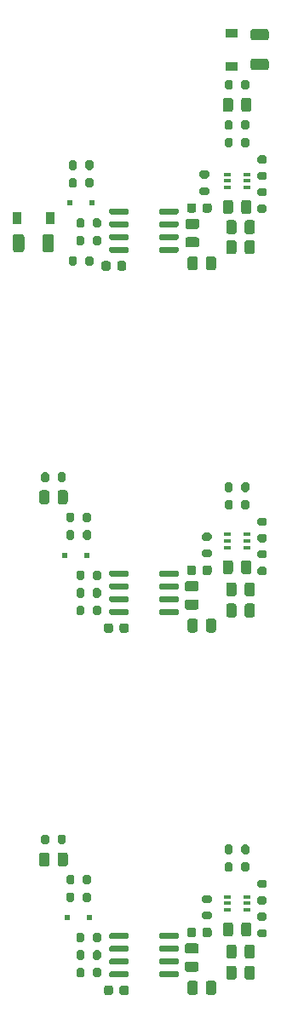
<source format=gbr>
G04 #@! TF.GenerationSoftware,KiCad,Pcbnew,5.1.9-73d0e3b20d~88~ubuntu20.04.1*
G04 #@! TF.CreationDate,2021-04-14T10:28:40-07:00*
G04 #@! TF.ProjectId,3xVCA,33785643-412e-46b6-9963-61645f706362,rev?*
G04 #@! TF.SameCoordinates,Original*
G04 #@! TF.FileFunction,Paste,Top*
G04 #@! TF.FilePolarity,Positive*
%FSLAX46Y46*%
G04 Gerber Fmt 4.6, Leading zero omitted, Abs format (unit mm)*
G04 Created by KiCad (PCBNEW 5.1.9-73d0e3b20d~88~ubuntu20.04.1) date 2021-04-14 10:28:40*
%MOMM*%
%LPD*%
G01*
G04 APERTURE LIST*
%ADD10R,0.500000X0.500000*%
%ADD11R,0.650000X0.400000*%
%ADD12R,0.900000X1.200000*%
%ADD13R,1.200000X0.900000*%
G04 APERTURE END LIST*
D10*
X6400000Y20000000D03*
X8600000Y20000000D03*
X6150000Y56000000D03*
X8350000Y56000000D03*
X6650000Y91000000D03*
X8850000Y91000000D03*
G36*
G01*
X19250002Y88400000D02*
X18349998Y88400000D01*
G75*
G02*
X18100000Y88649998I0J249998D01*
G01*
X18100000Y89175002D01*
G75*
G02*
X18349998Y89425000I249998J0D01*
G01*
X19250002Y89425000D01*
G75*
G02*
X19500000Y89175002I0J-249998D01*
G01*
X19500000Y88649998D01*
G75*
G02*
X19250002Y88400000I-249998J0D01*
G01*
G37*
G36*
G01*
X19250002Y86575000D02*
X18349998Y86575000D01*
G75*
G02*
X18100000Y86824998I0J249998D01*
G01*
X18100000Y87350002D01*
G75*
G02*
X18349998Y87600000I249998J0D01*
G01*
X19250002Y87600000D01*
G75*
G02*
X19500000Y87350002I0J-249998D01*
G01*
X19500000Y86824998D01*
G75*
G02*
X19250002Y86575000I-249998J0D01*
G01*
G37*
G36*
G01*
X23200000Y87050002D02*
X23200000Y86149998D01*
G75*
G02*
X22950002Y85900000I-249998J0D01*
G01*
X22424998Y85900000D01*
G75*
G02*
X22175000Y86149998I0J249998D01*
G01*
X22175000Y87050002D01*
G75*
G02*
X22424998Y87300000I249998J0D01*
G01*
X22950002Y87300000D01*
G75*
G02*
X23200000Y87050002I0J-249998D01*
G01*
G37*
G36*
G01*
X25025000Y87050002D02*
X25025000Y86149998D01*
G75*
G02*
X24775002Y85900000I-249998J0D01*
G01*
X24249998Y85900000D01*
G75*
G02*
X24000000Y86149998I0J249998D01*
G01*
X24000000Y87050002D01*
G75*
G02*
X24249998Y87300000I249998J0D01*
G01*
X24775002Y87300000D01*
G75*
G02*
X25025000Y87050002I0J-249998D01*
G01*
G37*
G36*
G01*
X23200000Y14950002D02*
X23200000Y14049998D01*
G75*
G02*
X22950002Y13800000I-249998J0D01*
G01*
X22424998Y13800000D01*
G75*
G02*
X22175000Y14049998I0J249998D01*
G01*
X22175000Y14950002D01*
G75*
G02*
X22424998Y15200000I249998J0D01*
G01*
X22950002Y15200000D01*
G75*
G02*
X23200000Y14950002I0J-249998D01*
G01*
G37*
G36*
G01*
X25025000Y14950002D02*
X25025000Y14049998D01*
G75*
G02*
X24775002Y13800000I-249998J0D01*
G01*
X24249998Y13800000D01*
G75*
G02*
X24000000Y14049998I0J249998D01*
G01*
X24000000Y14950002D01*
G75*
G02*
X24249998Y15200000I249998J0D01*
G01*
X24775002Y15200000D01*
G75*
G02*
X25025000Y14950002I0J-249998D01*
G01*
G37*
G36*
G01*
X19200002Y16400000D02*
X18299998Y16400000D01*
G75*
G02*
X18050000Y16649998I0J249998D01*
G01*
X18050000Y17175002D01*
G75*
G02*
X18299998Y17425000I249998J0D01*
G01*
X19200002Y17425000D01*
G75*
G02*
X19450000Y17175002I0J-249998D01*
G01*
X19450000Y16649998D01*
G75*
G02*
X19200002Y16400000I-249998J0D01*
G01*
G37*
G36*
G01*
X19200002Y14575000D02*
X18299998Y14575000D01*
G75*
G02*
X18050000Y14824998I0J249998D01*
G01*
X18050000Y15350002D01*
G75*
G02*
X18299998Y15600000I249998J0D01*
G01*
X19200002Y15600000D01*
G75*
G02*
X19450000Y15350002I0J-249998D01*
G01*
X19450000Y14824998D01*
G75*
G02*
X19200002Y14575000I-249998J0D01*
G01*
G37*
G36*
G01*
X23200000Y50950002D02*
X23200000Y50049998D01*
G75*
G02*
X22950002Y49800000I-249998J0D01*
G01*
X22424998Y49800000D01*
G75*
G02*
X22175000Y50049998I0J249998D01*
G01*
X22175000Y50950002D01*
G75*
G02*
X22424998Y51200000I249998J0D01*
G01*
X22950002Y51200000D01*
G75*
G02*
X23200000Y50950002I0J-249998D01*
G01*
G37*
G36*
G01*
X25025000Y50950002D02*
X25025000Y50049998D01*
G75*
G02*
X24775002Y49800000I-249998J0D01*
G01*
X24249998Y49800000D01*
G75*
G02*
X24000000Y50049998I0J249998D01*
G01*
X24000000Y50950002D01*
G75*
G02*
X24249998Y51200000I249998J0D01*
G01*
X24775002Y51200000D01*
G75*
G02*
X25025000Y50950002I0J-249998D01*
G01*
G37*
G36*
G01*
X19200002Y52400000D02*
X18299998Y52400000D01*
G75*
G02*
X18050000Y52649998I0J249998D01*
G01*
X18050000Y53175002D01*
G75*
G02*
X18299998Y53425000I249998J0D01*
G01*
X19200002Y53425000D01*
G75*
G02*
X19450000Y53175002I0J-249998D01*
G01*
X19450000Y52649998D01*
G75*
G02*
X19200002Y52400000I-249998J0D01*
G01*
G37*
G36*
G01*
X19200002Y50575000D02*
X18299998Y50575000D01*
G75*
G02*
X18050000Y50824998I0J249998D01*
G01*
X18050000Y51350002D01*
G75*
G02*
X18299998Y51600000I249998J0D01*
G01*
X19200002Y51600000D01*
G75*
G02*
X19450000Y51350002I0J-249998D01*
G01*
X19450000Y50824998D01*
G75*
G02*
X19200002Y50575000I-249998J0D01*
G01*
G37*
G36*
G01*
X23200000Y17050002D02*
X23200000Y16149998D01*
G75*
G02*
X22950002Y15900000I-249998J0D01*
G01*
X22424998Y15900000D01*
G75*
G02*
X22175000Y16149998I0J249998D01*
G01*
X22175000Y17050002D01*
G75*
G02*
X22424998Y17300000I249998J0D01*
G01*
X22950002Y17300000D01*
G75*
G02*
X23200000Y17050002I0J-249998D01*
G01*
G37*
G36*
G01*
X25025000Y17050002D02*
X25025000Y16149998D01*
G75*
G02*
X24775002Y15900000I-249998J0D01*
G01*
X24249998Y15900000D01*
G75*
G02*
X24000000Y16149998I0J249998D01*
G01*
X24000000Y17050002D01*
G75*
G02*
X24249998Y17300000I249998J0D01*
G01*
X24775002Y17300000D01*
G75*
G02*
X25025000Y17050002I0J-249998D01*
G01*
G37*
G36*
G01*
X23650000Y18349998D02*
X23650000Y19250002D01*
G75*
G02*
X23899998Y19500000I249998J0D01*
G01*
X24425002Y19500000D01*
G75*
G02*
X24675000Y19250002I0J-249998D01*
G01*
X24675000Y18349998D01*
G75*
G02*
X24425002Y18100000I-249998J0D01*
G01*
X23899998Y18100000D01*
G75*
G02*
X23650000Y18349998I0J249998D01*
G01*
G37*
G36*
G01*
X21825000Y18349998D02*
X21825000Y19250002D01*
G75*
G02*
X22074998Y19500000I249998J0D01*
G01*
X22600002Y19500000D01*
G75*
G02*
X22850000Y19250002I0J-249998D01*
G01*
X22850000Y18349998D01*
G75*
G02*
X22600002Y18100000I-249998J0D01*
G01*
X22074998Y18100000D01*
G75*
G02*
X21825000Y18349998I0J249998D01*
G01*
G37*
G36*
G01*
X23200000Y53050002D02*
X23200000Y52149998D01*
G75*
G02*
X22950002Y51900000I-249998J0D01*
G01*
X22424998Y51900000D01*
G75*
G02*
X22175000Y52149998I0J249998D01*
G01*
X22175000Y53050002D01*
G75*
G02*
X22424998Y53300000I249998J0D01*
G01*
X22950002Y53300000D01*
G75*
G02*
X23200000Y53050002I0J-249998D01*
G01*
G37*
G36*
G01*
X25025000Y53050002D02*
X25025000Y52149998D01*
G75*
G02*
X24775002Y51900000I-249998J0D01*
G01*
X24249998Y51900000D01*
G75*
G02*
X24000000Y52149998I0J249998D01*
G01*
X24000000Y53050002D01*
G75*
G02*
X24249998Y53300000I249998J0D01*
G01*
X24775002Y53300000D01*
G75*
G02*
X25025000Y53050002I0J-249998D01*
G01*
G37*
G36*
G01*
X23650000Y54349998D02*
X23650000Y55250002D01*
G75*
G02*
X23899998Y55500000I249998J0D01*
G01*
X24425002Y55500000D01*
G75*
G02*
X24675000Y55250002I0J-249998D01*
G01*
X24675000Y54349998D01*
G75*
G02*
X24425002Y54100000I-249998J0D01*
G01*
X23899998Y54100000D01*
G75*
G02*
X23650000Y54349998I0J249998D01*
G01*
G37*
G36*
G01*
X21825000Y54349998D02*
X21825000Y55250002D01*
G75*
G02*
X22074998Y55500000I249998J0D01*
G01*
X22600002Y55500000D01*
G75*
G02*
X22850000Y55250002I0J-249998D01*
G01*
X22850000Y54349998D01*
G75*
G02*
X22600002Y54100000I-249998J0D01*
G01*
X22074998Y54100000D01*
G75*
G02*
X21825000Y54349998I0J249998D01*
G01*
G37*
G36*
G01*
X23200000Y89050002D02*
X23200000Y88149998D01*
G75*
G02*
X22950002Y87900000I-249998J0D01*
G01*
X22424998Y87900000D01*
G75*
G02*
X22175000Y88149998I0J249998D01*
G01*
X22175000Y89050002D01*
G75*
G02*
X22424998Y89300000I249998J0D01*
G01*
X22950002Y89300000D01*
G75*
G02*
X23200000Y89050002I0J-249998D01*
G01*
G37*
G36*
G01*
X25025000Y89050002D02*
X25025000Y88149998D01*
G75*
G02*
X24775002Y87900000I-249998J0D01*
G01*
X24249998Y87900000D01*
G75*
G02*
X24000000Y88149998I0J249998D01*
G01*
X24000000Y89050002D01*
G75*
G02*
X24249998Y89300000I249998J0D01*
G01*
X24775002Y89300000D01*
G75*
G02*
X25025000Y89050002I0J-249998D01*
G01*
G37*
G36*
G01*
X23650000Y90149998D02*
X23650000Y91050002D01*
G75*
G02*
X23899998Y91300000I249998J0D01*
G01*
X24425002Y91300000D01*
G75*
G02*
X24675000Y91050002I0J-249998D01*
G01*
X24675000Y90149998D01*
G75*
G02*
X24425002Y89900000I-249998J0D01*
G01*
X23899998Y89900000D01*
G75*
G02*
X23650000Y90149998I0J249998D01*
G01*
G37*
G36*
G01*
X21825000Y90149998D02*
X21825000Y91050002D01*
G75*
G02*
X22074998Y91300000I249998J0D01*
G01*
X22600002Y91300000D01*
G75*
G02*
X22850000Y91050002I0J-249998D01*
G01*
X22850000Y90149998D01*
G75*
G02*
X22600002Y89900000I-249998J0D01*
G01*
X22074998Y89900000D01*
G75*
G02*
X21825000Y90149998I0J249998D01*
G01*
G37*
G36*
G01*
X23675000Y24725000D02*
X23675000Y25275000D01*
G75*
G02*
X23875000Y25475000I200000J0D01*
G01*
X24275000Y25475000D01*
G75*
G02*
X24475000Y25275000I0J-200000D01*
G01*
X24475000Y24725000D01*
G75*
G02*
X24275000Y24525000I-200000J0D01*
G01*
X23875000Y24525000D01*
G75*
G02*
X23675000Y24725000I0J200000D01*
G01*
G37*
G36*
G01*
X22025000Y24725000D02*
X22025000Y25275000D01*
G75*
G02*
X22225000Y25475000I200000J0D01*
G01*
X22625000Y25475000D01*
G75*
G02*
X22825000Y25275000I0J-200000D01*
G01*
X22825000Y24725000D01*
G75*
G02*
X22625000Y24525000I-200000J0D01*
G01*
X22225000Y24525000D01*
G75*
G02*
X22025000Y24725000I0J200000D01*
G01*
G37*
D11*
X24200000Y22050000D03*
X24200000Y20750000D03*
X22300000Y21400000D03*
X24200000Y21400000D03*
X22300000Y20750000D03*
X22300000Y22050000D03*
X24200000Y58050000D03*
X24200000Y56750000D03*
X22300000Y57400000D03*
X24200000Y57400000D03*
X22300000Y56750000D03*
X22300000Y58050000D03*
X24200000Y93850000D03*
X24200000Y92550000D03*
X22300000Y93200000D03*
X24200000Y93200000D03*
X22300000Y92550000D03*
X22300000Y93850000D03*
G36*
G01*
X7925000Y21725000D02*
X7925000Y22275000D01*
G75*
G02*
X8125000Y22475000I200000J0D01*
G01*
X8525000Y22475000D01*
G75*
G02*
X8725000Y22275000I0J-200000D01*
G01*
X8725000Y21725000D01*
G75*
G02*
X8525000Y21525000I-200000J0D01*
G01*
X8125000Y21525000D01*
G75*
G02*
X7925000Y21725000I0J200000D01*
G01*
G37*
G36*
G01*
X6275000Y21725000D02*
X6275000Y22275000D01*
G75*
G02*
X6475000Y22475000I200000J0D01*
G01*
X6875000Y22475000D01*
G75*
G02*
X7075000Y22275000I0J-200000D01*
G01*
X7075000Y21725000D01*
G75*
G02*
X6875000Y21525000I-200000J0D01*
G01*
X6475000Y21525000D01*
G75*
G02*
X6275000Y21725000I0J200000D01*
G01*
G37*
G36*
G01*
X15500000Y54005000D02*
X15500000Y54305000D01*
G75*
G02*
X15650000Y54455000I150000J0D01*
G01*
X17300000Y54455000D01*
G75*
G02*
X17450000Y54305000I0J-150000D01*
G01*
X17450000Y54005000D01*
G75*
G02*
X17300000Y53855000I-150000J0D01*
G01*
X15650000Y53855000D01*
G75*
G02*
X15500000Y54005000I0J150000D01*
G01*
G37*
G36*
G01*
X15500000Y52735000D02*
X15500000Y53035000D01*
G75*
G02*
X15650000Y53185000I150000J0D01*
G01*
X17300000Y53185000D01*
G75*
G02*
X17450000Y53035000I0J-150000D01*
G01*
X17450000Y52735000D01*
G75*
G02*
X17300000Y52585000I-150000J0D01*
G01*
X15650000Y52585000D01*
G75*
G02*
X15500000Y52735000I0J150000D01*
G01*
G37*
G36*
G01*
X15500000Y51465000D02*
X15500000Y51765000D01*
G75*
G02*
X15650000Y51915000I150000J0D01*
G01*
X17300000Y51915000D01*
G75*
G02*
X17450000Y51765000I0J-150000D01*
G01*
X17450000Y51465000D01*
G75*
G02*
X17300000Y51315000I-150000J0D01*
G01*
X15650000Y51315000D01*
G75*
G02*
X15500000Y51465000I0J150000D01*
G01*
G37*
G36*
G01*
X15500000Y50195000D02*
X15500000Y50495000D01*
G75*
G02*
X15650000Y50645000I150000J0D01*
G01*
X17300000Y50645000D01*
G75*
G02*
X17450000Y50495000I0J-150000D01*
G01*
X17450000Y50195000D01*
G75*
G02*
X17300000Y50045000I-150000J0D01*
G01*
X15650000Y50045000D01*
G75*
G02*
X15500000Y50195000I0J150000D01*
G01*
G37*
G36*
G01*
X10550000Y50195000D02*
X10550000Y50495000D01*
G75*
G02*
X10700000Y50645000I150000J0D01*
G01*
X12350000Y50645000D01*
G75*
G02*
X12500000Y50495000I0J-150000D01*
G01*
X12500000Y50195000D01*
G75*
G02*
X12350000Y50045000I-150000J0D01*
G01*
X10700000Y50045000D01*
G75*
G02*
X10550000Y50195000I0J150000D01*
G01*
G37*
G36*
G01*
X10550000Y51465000D02*
X10550000Y51765000D01*
G75*
G02*
X10700000Y51915000I150000J0D01*
G01*
X12350000Y51915000D01*
G75*
G02*
X12500000Y51765000I0J-150000D01*
G01*
X12500000Y51465000D01*
G75*
G02*
X12350000Y51315000I-150000J0D01*
G01*
X10700000Y51315000D01*
G75*
G02*
X10550000Y51465000I0J150000D01*
G01*
G37*
G36*
G01*
X10550000Y52735000D02*
X10550000Y53035000D01*
G75*
G02*
X10700000Y53185000I150000J0D01*
G01*
X12350000Y53185000D01*
G75*
G02*
X12500000Y53035000I0J-150000D01*
G01*
X12500000Y52735000D01*
G75*
G02*
X12350000Y52585000I-150000J0D01*
G01*
X10700000Y52585000D01*
G75*
G02*
X10550000Y52735000I0J150000D01*
G01*
G37*
G36*
G01*
X10550000Y54005000D02*
X10550000Y54305000D01*
G75*
G02*
X10700000Y54455000I150000J0D01*
G01*
X12350000Y54455000D01*
G75*
G02*
X12500000Y54305000I0J-150000D01*
G01*
X12500000Y54005000D01*
G75*
G02*
X12350000Y53855000I-150000J0D01*
G01*
X10700000Y53855000D01*
G75*
G02*
X10550000Y54005000I0J150000D01*
G01*
G37*
G36*
G01*
X15500000Y18005000D02*
X15500000Y18305000D01*
G75*
G02*
X15650000Y18455000I150000J0D01*
G01*
X17300000Y18455000D01*
G75*
G02*
X17450000Y18305000I0J-150000D01*
G01*
X17450000Y18005000D01*
G75*
G02*
X17300000Y17855000I-150000J0D01*
G01*
X15650000Y17855000D01*
G75*
G02*
X15500000Y18005000I0J150000D01*
G01*
G37*
G36*
G01*
X15500000Y16735000D02*
X15500000Y17035000D01*
G75*
G02*
X15650000Y17185000I150000J0D01*
G01*
X17300000Y17185000D01*
G75*
G02*
X17450000Y17035000I0J-150000D01*
G01*
X17450000Y16735000D01*
G75*
G02*
X17300000Y16585000I-150000J0D01*
G01*
X15650000Y16585000D01*
G75*
G02*
X15500000Y16735000I0J150000D01*
G01*
G37*
G36*
G01*
X15500000Y15465000D02*
X15500000Y15765000D01*
G75*
G02*
X15650000Y15915000I150000J0D01*
G01*
X17300000Y15915000D01*
G75*
G02*
X17450000Y15765000I0J-150000D01*
G01*
X17450000Y15465000D01*
G75*
G02*
X17300000Y15315000I-150000J0D01*
G01*
X15650000Y15315000D01*
G75*
G02*
X15500000Y15465000I0J150000D01*
G01*
G37*
G36*
G01*
X15500000Y14195000D02*
X15500000Y14495000D01*
G75*
G02*
X15650000Y14645000I150000J0D01*
G01*
X17300000Y14645000D01*
G75*
G02*
X17450000Y14495000I0J-150000D01*
G01*
X17450000Y14195000D01*
G75*
G02*
X17300000Y14045000I-150000J0D01*
G01*
X15650000Y14045000D01*
G75*
G02*
X15500000Y14195000I0J150000D01*
G01*
G37*
G36*
G01*
X10550000Y14195000D02*
X10550000Y14495000D01*
G75*
G02*
X10700000Y14645000I150000J0D01*
G01*
X12350000Y14645000D01*
G75*
G02*
X12500000Y14495000I0J-150000D01*
G01*
X12500000Y14195000D01*
G75*
G02*
X12350000Y14045000I-150000J0D01*
G01*
X10700000Y14045000D01*
G75*
G02*
X10550000Y14195000I0J150000D01*
G01*
G37*
G36*
G01*
X10550000Y15465000D02*
X10550000Y15765000D01*
G75*
G02*
X10700000Y15915000I150000J0D01*
G01*
X12350000Y15915000D01*
G75*
G02*
X12500000Y15765000I0J-150000D01*
G01*
X12500000Y15465000D01*
G75*
G02*
X12350000Y15315000I-150000J0D01*
G01*
X10700000Y15315000D01*
G75*
G02*
X10550000Y15465000I0J150000D01*
G01*
G37*
G36*
G01*
X10550000Y16735000D02*
X10550000Y17035000D01*
G75*
G02*
X10700000Y17185000I150000J0D01*
G01*
X12350000Y17185000D01*
G75*
G02*
X12500000Y17035000I0J-150000D01*
G01*
X12500000Y16735000D01*
G75*
G02*
X12350000Y16585000I-150000J0D01*
G01*
X10700000Y16585000D01*
G75*
G02*
X10550000Y16735000I0J150000D01*
G01*
G37*
G36*
G01*
X10550000Y18005000D02*
X10550000Y18305000D01*
G75*
G02*
X10700000Y18455000I150000J0D01*
G01*
X12350000Y18455000D01*
G75*
G02*
X12500000Y18305000I0J-150000D01*
G01*
X12500000Y18005000D01*
G75*
G02*
X12350000Y17855000I-150000J0D01*
G01*
X10700000Y17855000D01*
G75*
G02*
X10550000Y18005000I0J150000D01*
G01*
G37*
G36*
G01*
X15500000Y90005000D02*
X15500000Y90305000D01*
G75*
G02*
X15650000Y90455000I150000J0D01*
G01*
X17300000Y90455000D01*
G75*
G02*
X17450000Y90305000I0J-150000D01*
G01*
X17450000Y90005000D01*
G75*
G02*
X17300000Y89855000I-150000J0D01*
G01*
X15650000Y89855000D01*
G75*
G02*
X15500000Y90005000I0J150000D01*
G01*
G37*
G36*
G01*
X15500000Y88735000D02*
X15500000Y89035000D01*
G75*
G02*
X15650000Y89185000I150000J0D01*
G01*
X17300000Y89185000D01*
G75*
G02*
X17450000Y89035000I0J-150000D01*
G01*
X17450000Y88735000D01*
G75*
G02*
X17300000Y88585000I-150000J0D01*
G01*
X15650000Y88585000D01*
G75*
G02*
X15500000Y88735000I0J150000D01*
G01*
G37*
G36*
G01*
X15500000Y87465000D02*
X15500000Y87765000D01*
G75*
G02*
X15650000Y87915000I150000J0D01*
G01*
X17300000Y87915000D01*
G75*
G02*
X17450000Y87765000I0J-150000D01*
G01*
X17450000Y87465000D01*
G75*
G02*
X17300000Y87315000I-150000J0D01*
G01*
X15650000Y87315000D01*
G75*
G02*
X15500000Y87465000I0J150000D01*
G01*
G37*
G36*
G01*
X15500000Y86195000D02*
X15500000Y86495000D01*
G75*
G02*
X15650000Y86645000I150000J0D01*
G01*
X17300000Y86645000D01*
G75*
G02*
X17450000Y86495000I0J-150000D01*
G01*
X17450000Y86195000D01*
G75*
G02*
X17300000Y86045000I-150000J0D01*
G01*
X15650000Y86045000D01*
G75*
G02*
X15500000Y86195000I0J150000D01*
G01*
G37*
G36*
G01*
X10550000Y86195000D02*
X10550000Y86495000D01*
G75*
G02*
X10700000Y86645000I150000J0D01*
G01*
X12350000Y86645000D01*
G75*
G02*
X12500000Y86495000I0J-150000D01*
G01*
X12500000Y86195000D01*
G75*
G02*
X12350000Y86045000I-150000J0D01*
G01*
X10700000Y86045000D01*
G75*
G02*
X10550000Y86195000I0J150000D01*
G01*
G37*
G36*
G01*
X10550000Y87465000D02*
X10550000Y87765000D01*
G75*
G02*
X10700000Y87915000I150000J0D01*
G01*
X12350000Y87915000D01*
G75*
G02*
X12500000Y87765000I0J-150000D01*
G01*
X12500000Y87465000D01*
G75*
G02*
X12350000Y87315000I-150000J0D01*
G01*
X10700000Y87315000D01*
G75*
G02*
X10550000Y87465000I0J150000D01*
G01*
G37*
G36*
G01*
X10550000Y88735000D02*
X10550000Y89035000D01*
G75*
G02*
X10700000Y89185000I150000J0D01*
G01*
X12350000Y89185000D01*
G75*
G02*
X12500000Y89035000I0J-150000D01*
G01*
X12500000Y88735000D01*
G75*
G02*
X12350000Y88585000I-150000J0D01*
G01*
X10700000Y88585000D01*
G75*
G02*
X10550000Y88735000I0J150000D01*
G01*
G37*
G36*
G01*
X10550000Y90005000D02*
X10550000Y90305000D01*
G75*
G02*
X10700000Y90455000I150000J0D01*
G01*
X12350000Y90455000D01*
G75*
G02*
X12500000Y90305000I0J-150000D01*
G01*
X12500000Y90005000D01*
G75*
G02*
X12350000Y89855000I-150000J0D01*
G01*
X10700000Y89855000D01*
G75*
G02*
X10550000Y90005000I0J150000D01*
G01*
G37*
G36*
G01*
X20525000Y21425000D02*
X19975000Y21425000D01*
G75*
G02*
X19775000Y21625000I0J200000D01*
G01*
X19775000Y22025000D01*
G75*
G02*
X19975000Y22225000I200000J0D01*
G01*
X20525000Y22225000D01*
G75*
G02*
X20725000Y22025000I0J-200000D01*
G01*
X20725000Y21625000D01*
G75*
G02*
X20525000Y21425000I-200000J0D01*
G01*
G37*
G36*
G01*
X20525000Y19775000D02*
X19975000Y19775000D01*
G75*
G02*
X19775000Y19975000I0J200000D01*
G01*
X19775000Y20375000D01*
G75*
G02*
X19975000Y20575000I200000J0D01*
G01*
X20525000Y20575000D01*
G75*
G02*
X20725000Y20375000I0J-200000D01*
G01*
X20725000Y19975000D01*
G75*
G02*
X20525000Y19775000I-200000J0D01*
G01*
G37*
G36*
G01*
X25475000Y22075000D02*
X26025000Y22075000D01*
G75*
G02*
X26225000Y21875000I0J-200000D01*
G01*
X26225000Y21475000D01*
G75*
G02*
X26025000Y21275000I-200000J0D01*
G01*
X25475000Y21275000D01*
G75*
G02*
X25275000Y21475000I0J200000D01*
G01*
X25275000Y21875000D01*
G75*
G02*
X25475000Y22075000I200000J0D01*
G01*
G37*
G36*
G01*
X25475000Y23725000D02*
X26025000Y23725000D01*
G75*
G02*
X26225000Y23525000I0J-200000D01*
G01*
X26225000Y23125000D01*
G75*
G02*
X26025000Y22925000I-200000J0D01*
G01*
X25475000Y22925000D01*
G75*
G02*
X25275000Y23125000I0J200000D01*
G01*
X25275000Y23525000D01*
G75*
G02*
X25475000Y23725000I200000J0D01*
G01*
G37*
G36*
G01*
X5425000Y27475000D02*
X5425000Y28025000D01*
G75*
G02*
X5625000Y28225000I200000J0D01*
G01*
X6025000Y28225000D01*
G75*
G02*
X6225000Y28025000I0J-200000D01*
G01*
X6225000Y27475000D01*
G75*
G02*
X6025000Y27275000I-200000J0D01*
G01*
X5625000Y27275000D01*
G75*
G02*
X5425000Y27475000I0J200000D01*
G01*
G37*
G36*
G01*
X3775000Y27475000D02*
X3775000Y28025000D01*
G75*
G02*
X3975000Y28225000I200000J0D01*
G01*
X4375000Y28225000D01*
G75*
G02*
X4575000Y28025000I0J-200000D01*
G01*
X4575000Y27475000D01*
G75*
G02*
X4375000Y27275000I-200000J0D01*
G01*
X3975000Y27275000D01*
G75*
G02*
X3775000Y27475000I0J200000D01*
G01*
G37*
G36*
G01*
X5400000Y25299998D02*
X5400000Y26200002D01*
G75*
G02*
X5649998Y26450000I249998J0D01*
G01*
X6175002Y26450000D01*
G75*
G02*
X6425000Y26200002I0J-249998D01*
G01*
X6425000Y25299998D01*
G75*
G02*
X6175002Y25050000I-249998J0D01*
G01*
X5649998Y25050000D01*
G75*
G02*
X5400000Y25299998I0J249998D01*
G01*
G37*
G36*
G01*
X3575000Y25299998D02*
X3575000Y26200002D01*
G75*
G02*
X3824998Y26450000I249998J0D01*
G01*
X4350002Y26450000D01*
G75*
G02*
X4600000Y26200002I0J-249998D01*
G01*
X4600000Y25299998D01*
G75*
G02*
X4350002Y25050000I-249998J0D01*
G01*
X3824998Y25050000D01*
G75*
G02*
X3575000Y25299998I0J249998D01*
G01*
G37*
G36*
G01*
X25475000Y18825000D02*
X26025000Y18825000D01*
G75*
G02*
X26225000Y18625000I0J-200000D01*
G01*
X26225000Y18225000D01*
G75*
G02*
X26025000Y18025000I-200000J0D01*
G01*
X25475000Y18025000D01*
G75*
G02*
X25275000Y18225000I0J200000D01*
G01*
X25275000Y18625000D01*
G75*
G02*
X25475000Y18825000I200000J0D01*
G01*
G37*
G36*
G01*
X25475000Y20475000D02*
X26025000Y20475000D01*
G75*
G02*
X26225000Y20275000I0J-200000D01*
G01*
X26225000Y19875000D01*
G75*
G02*
X26025000Y19675000I-200000J0D01*
G01*
X25475000Y19675000D01*
G75*
G02*
X25275000Y19875000I0J200000D01*
G01*
X25275000Y20275000D01*
G75*
G02*
X25475000Y20475000I200000J0D01*
G01*
G37*
G36*
G01*
X8075000Y14775000D02*
X8075000Y14225000D01*
G75*
G02*
X7875000Y14025000I-200000J0D01*
G01*
X7475000Y14025000D01*
G75*
G02*
X7275000Y14225000I0J200000D01*
G01*
X7275000Y14775000D01*
G75*
G02*
X7475000Y14975000I200000J0D01*
G01*
X7875000Y14975000D01*
G75*
G02*
X8075000Y14775000I0J-200000D01*
G01*
G37*
G36*
G01*
X9725000Y14775000D02*
X9725000Y14225000D01*
G75*
G02*
X9525000Y14025000I-200000J0D01*
G01*
X9125000Y14025000D01*
G75*
G02*
X8925000Y14225000I0J200000D01*
G01*
X8925000Y14775000D01*
G75*
G02*
X9125000Y14975000I200000J0D01*
G01*
X9525000Y14975000D01*
G75*
G02*
X9725000Y14775000I0J-200000D01*
G01*
G37*
G36*
G01*
X8075000Y18275000D02*
X8075000Y17725000D01*
G75*
G02*
X7875000Y17525000I-200000J0D01*
G01*
X7475000Y17525000D01*
G75*
G02*
X7275000Y17725000I0J200000D01*
G01*
X7275000Y18275000D01*
G75*
G02*
X7475000Y18475000I200000J0D01*
G01*
X7875000Y18475000D01*
G75*
G02*
X8075000Y18275000I0J-200000D01*
G01*
G37*
G36*
G01*
X9725000Y18275000D02*
X9725000Y17725000D01*
G75*
G02*
X9525000Y17525000I-200000J0D01*
G01*
X9125000Y17525000D01*
G75*
G02*
X8925000Y17725000I0J200000D01*
G01*
X8925000Y18275000D01*
G75*
G02*
X9125000Y18475000I200000J0D01*
G01*
X9525000Y18475000D01*
G75*
G02*
X9725000Y18275000I0J-200000D01*
G01*
G37*
G36*
G01*
X7925000Y23475000D02*
X7925000Y24025000D01*
G75*
G02*
X8125000Y24225000I200000J0D01*
G01*
X8525000Y24225000D01*
G75*
G02*
X8725000Y24025000I0J-200000D01*
G01*
X8725000Y23475000D01*
G75*
G02*
X8525000Y23275000I-200000J0D01*
G01*
X8125000Y23275000D01*
G75*
G02*
X7925000Y23475000I0J200000D01*
G01*
G37*
G36*
G01*
X6275000Y23475000D02*
X6275000Y24025000D01*
G75*
G02*
X6475000Y24225000I200000J0D01*
G01*
X6875000Y24225000D01*
G75*
G02*
X7075000Y24025000I0J-200000D01*
G01*
X7075000Y23475000D01*
G75*
G02*
X6875000Y23275000I-200000J0D01*
G01*
X6475000Y23275000D01*
G75*
G02*
X6275000Y23475000I0J200000D01*
G01*
G37*
G36*
G01*
X20150000Y12549998D02*
X20150000Y13450002D01*
G75*
G02*
X20399998Y13700000I249998J0D01*
G01*
X20925002Y13700000D01*
G75*
G02*
X21175000Y13450002I0J-249998D01*
G01*
X21175000Y12549998D01*
G75*
G02*
X20925002Y12300000I-249998J0D01*
G01*
X20399998Y12300000D01*
G75*
G02*
X20150000Y12549998I0J249998D01*
G01*
G37*
G36*
G01*
X18325000Y12549998D02*
X18325000Y13450002D01*
G75*
G02*
X18574998Y13700000I249998J0D01*
G01*
X19100002Y13700000D01*
G75*
G02*
X19350000Y13450002I0J-249998D01*
G01*
X19350000Y12549998D01*
G75*
G02*
X19100002Y12300000I-249998J0D01*
G01*
X18574998Y12300000D01*
G75*
G02*
X18325000Y12549998I0J249998D01*
G01*
G37*
G36*
G01*
X8075000Y16525000D02*
X8075000Y15975000D01*
G75*
G02*
X7875000Y15775000I-200000J0D01*
G01*
X7475000Y15775000D01*
G75*
G02*
X7275000Y15975000I0J200000D01*
G01*
X7275000Y16525000D01*
G75*
G02*
X7475000Y16725000I200000J0D01*
G01*
X7875000Y16725000D01*
G75*
G02*
X8075000Y16525000I0J-200000D01*
G01*
G37*
G36*
G01*
X9725000Y16525000D02*
X9725000Y15975000D01*
G75*
G02*
X9525000Y15775000I-200000J0D01*
G01*
X9125000Y15775000D01*
G75*
G02*
X8925000Y15975000I0J200000D01*
G01*
X8925000Y16525000D01*
G75*
G02*
X9125000Y16725000I200000J0D01*
G01*
X9525000Y16725000D01*
G75*
G02*
X9725000Y16525000I0J-200000D01*
G01*
G37*
G36*
G01*
X22825000Y27025000D02*
X22825000Y26475000D01*
G75*
G02*
X22625000Y26275000I-200000J0D01*
G01*
X22225000Y26275000D01*
G75*
G02*
X22025000Y26475000I0J200000D01*
G01*
X22025000Y27025000D01*
G75*
G02*
X22225000Y27225000I200000J0D01*
G01*
X22625000Y27225000D01*
G75*
G02*
X22825000Y27025000I0J-200000D01*
G01*
G37*
G36*
G01*
X24475000Y27025000D02*
X24475000Y26475000D01*
G75*
G02*
X24275000Y26275000I-200000J0D01*
G01*
X23875000Y26275000D01*
G75*
G02*
X23675000Y26475000I0J200000D01*
G01*
X23675000Y27025000D01*
G75*
G02*
X23875000Y27225000I200000J0D01*
G01*
X24275000Y27225000D01*
G75*
G02*
X24475000Y27025000I0J-200000D01*
G01*
G37*
G36*
G01*
X7925000Y57725000D02*
X7925000Y58275000D01*
G75*
G02*
X8125000Y58475000I200000J0D01*
G01*
X8525000Y58475000D01*
G75*
G02*
X8725000Y58275000I0J-200000D01*
G01*
X8725000Y57725000D01*
G75*
G02*
X8525000Y57525000I-200000J0D01*
G01*
X8125000Y57525000D01*
G75*
G02*
X7925000Y57725000I0J200000D01*
G01*
G37*
G36*
G01*
X6275000Y57725000D02*
X6275000Y58275000D01*
G75*
G02*
X6475000Y58475000I200000J0D01*
G01*
X6875000Y58475000D01*
G75*
G02*
X7075000Y58275000I0J-200000D01*
G01*
X7075000Y57725000D01*
G75*
G02*
X6875000Y57525000I-200000J0D01*
G01*
X6475000Y57525000D01*
G75*
G02*
X6275000Y57725000I0J200000D01*
G01*
G37*
G36*
G01*
X20525000Y57425000D02*
X19975000Y57425000D01*
G75*
G02*
X19775000Y57625000I0J200000D01*
G01*
X19775000Y58025000D01*
G75*
G02*
X19975000Y58225000I200000J0D01*
G01*
X20525000Y58225000D01*
G75*
G02*
X20725000Y58025000I0J-200000D01*
G01*
X20725000Y57625000D01*
G75*
G02*
X20525000Y57425000I-200000J0D01*
G01*
G37*
G36*
G01*
X20525000Y55775000D02*
X19975000Y55775000D01*
G75*
G02*
X19775000Y55975000I0J200000D01*
G01*
X19775000Y56375000D01*
G75*
G02*
X19975000Y56575000I200000J0D01*
G01*
X20525000Y56575000D01*
G75*
G02*
X20725000Y56375000I0J-200000D01*
G01*
X20725000Y55975000D01*
G75*
G02*
X20525000Y55775000I-200000J0D01*
G01*
G37*
G36*
G01*
X25475000Y58075000D02*
X26025000Y58075000D01*
G75*
G02*
X26225000Y57875000I0J-200000D01*
G01*
X26225000Y57475000D01*
G75*
G02*
X26025000Y57275000I-200000J0D01*
G01*
X25475000Y57275000D01*
G75*
G02*
X25275000Y57475000I0J200000D01*
G01*
X25275000Y57875000D01*
G75*
G02*
X25475000Y58075000I200000J0D01*
G01*
G37*
G36*
G01*
X25475000Y59725000D02*
X26025000Y59725000D01*
G75*
G02*
X26225000Y59525000I0J-200000D01*
G01*
X26225000Y59125000D01*
G75*
G02*
X26025000Y58925000I-200000J0D01*
G01*
X25475000Y58925000D01*
G75*
G02*
X25275000Y59125000I0J200000D01*
G01*
X25275000Y59525000D01*
G75*
G02*
X25475000Y59725000I200000J0D01*
G01*
G37*
G36*
G01*
X5425000Y63475000D02*
X5425000Y64025000D01*
G75*
G02*
X5625000Y64225000I200000J0D01*
G01*
X6025000Y64225000D01*
G75*
G02*
X6225000Y64025000I0J-200000D01*
G01*
X6225000Y63475000D01*
G75*
G02*
X6025000Y63275000I-200000J0D01*
G01*
X5625000Y63275000D01*
G75*
G02*
X5425000Y63475000I0J200000D01*
G01*
G37*
G36*
G01*
X3775000Y63475000D02*
X3775000Y64025000D01*
G75*
G02*
X3975000Y64225000I200000J0D01*
G01*
X4375000Y64225000D01*
G75*
G02*
X4575000Y64025000I0J-200000D01*
G01*
X4575000Y63475000D01*
G75*
G02*
X4375000Y63275000I-200000J0D01*
G01*
X3975000Y63275000D01*
G75*
G02*
X3775000Y63475000I0J200000D01*
G01*
G37*
G36*
G01*
X5400000Y61299998D02*
X5400000Y62200002D01*
G75*
G02*
X5649998Y62450000I249998J0D01*
G01*
X6175002Y62450000D01*
G75*
G02*
X6425000Y62200002I0J-249998D01*
G01*
X6425000Y61299998D01*
G75*
G02*
X6175002Y61050000I-249998J0D01*
G01*
X5649998Y61050000D01*
G75*
G02*
X5400000Y61299998I0J249998D01*
G01*
G37*
G36*
G01*
X3575000Y61299998D02*
X3575000Y62200002D01*
G75*
G02*
X3824998Y62450000I249998J0D01*
G01*
X4350002Y62450000D01*
G75*
G02*
X4600000Y62200002I0J-249998D01*
G01*
X4600000Y61299998D01*
G75*
G02*
X4350002Y61050000I-249998J0D01*
G01*
X3824998Y61050000D01*
G75*
G02*
X3575000Y61299998I0J249998D01*
G01*
G37*
G36*
G01*
X25475000Y54825000D02*
X26025000Y54825000D01*
G75*
G02*
X26225000Y54625000I0J-200000D01*
G01*
X26225000Y54225000D01*
G75*
G02*
X26025000Y54025000I-200000J0D01*
G01*
X25475000Y54025000D01*
G75*
G02*
X25275000Y54225000I0J200000D01*
G01*
X25275000Y54625000D01*
G75*
G02*
X25475000Y54825000I200000J0D01*
G01*
G37*
G36*
G01*
X25475000Y56475000D02*
X26025000Y56475000D01*
G75*
G02*
X26225000Y56275000I0J-200000D01*
G01*
X26225000Y55875000D01*
G75*
G02*
X26025000Y55675000I-200000J0D01*
G01*
X25475000Y55675000D01*
G75*
G02*
X25275000Y55875000I0J200000D01*
G01*
X25275000Y56275000D01*
G75*
G02*
X25475000Y56475000I200000J0D01*
G01*
G37*
G36*
G01*
X8075000Y50775000D02*
X8075000Y50225000D01*
G75*
G02*
X7875000Y50025000I-200000J0D01*
G01*
X7475000Y50025000D01*
G75*
G02*
X7275000Y50225000I0J200000D01*
G01*
X7275000Y50775000D01*
G75*
G02*
X7475000Y50975000I200000J0D01*
G01*
X7875000Y50975000D01*
G75*
G02*
X8075000Y50775000I0J-200000D01*
G01*
G37*
G36*
G01*
X9725000Y50775000D02*
X9725000Y50225000D01*
G75*
G02*
X9525000Y50025000I-200000J0D01*
G01*
X9125000Y50025000D01*
G75*
G02*
X8925000Y50225000I0J200000D01*
G01*
X8925000Y50775000D01*
G75*
G02*
X9125000Y50975000I200000J0D01*
G01*
X9525000Y50975000D01*
G75*
G02*
X9725000Y50775000I0J-200000D01*
G01*
G37*
G36*
G01*
X8075000Y54275000D02*
X8075000Y53725000D01*
G75*
G02*
X7875000Y53525000I-200000J0D01*
G01*
X7475000Y53525000D01*
G75*
G02*
X7275000Y53725000I0J200000D01*
G01*
X7275000Y54275000D01*
G75*
G02*
X7475000Y54475000I200000J0D01*
G01*
X7875000Y54475000D01*
G75*
G02*
X8075000Y54275000I0J-200000D01*
G01*
G37*
G36*
G01*
X9725000Y54275000D02*
X9725000Y53725000D01*
G75*
G02*
X9525000Y53525000I-200000J0D01*
G01*
X9125000Y53525000D01*
G75*
G02*
X8925000Y53725000I0J200000D01*
G01*
X8925000Y54275000D01*
G75*
G02*
X9125000Y54475000I200000J0D01*
G01*
X9525000Y54475000D01*
G75*
G02*
X9725000Y54275000I0J-200000D01*
G01*
G37*
G36*
G01*
X7925000Y59475000D02*
X7925000Y60025000D01*
G75*
G02*
X8125000Y60225000I200000J0D01*
G01*
X8525000Y60225000D01*
G75*
G02*
X8725000Y60025000I0J-200000D01*
G01*
X8725000Y59475000D01*
G75*
G02*
X8525000Y59275000I-200000J0D01*
G01*
X8125000Y59275000D01*
G75*
G02*
X7925000Y59475000I0J200000D01*
G01*
G37*
G36*
G01*
X6275000Y59475000D02*
X6275000Y60025000D01*
G75*
G02*
X6475000Y60225000I200000J0D01*
G01*
X6875000Y60225000D01*
G75*
G02*
X7075000Y60025000I0J-200000D01*
G01*
X7075000Y59475000D01*
G75*
G02*
X6875000Y59275000I-200000J0D01*
G01*
X6475000Y59275000D01*
G75*
G02*
X6275000Y59475000I0J200000D01*
G01*
G37*
G36*
G01*
X20150000Y48549998D02*
X20150000Y49450002D01*
G75*
G02*
X20399998Y49700000I249998J0D01*
G01*
X20925002Y49700000D01*
G75*
G02*
X21175000Y49450002I0J-249998D01*
G01*
X21175000Y48549998D01*
G75*
G02*
X20925002Y48300000I-249998J0D01*
G01*
X20399998Y48300000D01*
G75*
G02*
X20150000Y48549998I0J249998D01*
G01*
G37*
G36*
G01*
X18325000Y48549998D02*
X18325000Y49450002D01*
G75*
G02*
X18574998Y49700000I249998J0D01*
G01*
X19100002Y49700000D01*
G75*
G02*
X19350000Y49450002I0J-249998D01*
G01*
X19350000Y48549998D01*
G75*
G02*
X19100002Y48300000I-249998J0D01*
G01*
X18574998Y48300000D01*
G75*
G02*
X18325000Y48549998I0J249998D01*
G01*
G37*
G36*
G01*
X8075000Y52525000D02*
X8075000Y51975000D01*
G75*
G02*
X7875000Y51775000I-200000J0D01*
G01*
X7475000Y51775000D01*
G75*
G02*
X7275000Y51975000I0J200000D01*
G01*
X7275000Y52525000D01*
G75*
G02*
X7475000Y52725000I200000J0D01*
G01*
X7875000Y52725000D01*
G75*
G02*
X8075000Y52525000I0J-200000D01*
G01*
G37*
G36*
G01*
X9725000Y52525000D02*
X9725000Y51975000D01*
G75*
G02*
X9525000Y51775000I-200000J0D01*
G01*
X9125000Y51775000D01*
G75*
G02*
X8925000Y51975000I0J200000D01*
G01*
X8925000Y52525000D01*
G75*
G02*
X9125000Y52725000I200000J0D01*
G01*
X9525000Y52725000D01*
G75*
G02*
X9725000Y52525000I0J-200000D01*
G01*
G37*
G36*
G01*
X22825000Y63025000D02*
X22825000Y62475000D01*
G75*
G02*
X22625000Y62275000I-200000J0D01*
G01*
X22225000Y62275000D01*
G75*
G02*
X22025000Y62475000I0J200000D01*
G01*
X22025000Y63025000D01*
G75*
G02*
X22225000Y63225000I200000J0D01*
G01*
X22625000Y63225000D01*
G75*
G02*
X22825000Y63025000I0J-200000D01*
G01*
G37*
G36*
G01*
X24475000Y63025000D02*
X24475000Y62475000D01*
G75*
G02*
X24275000Y62275000I-200000J0D01*
G01*
X23875000Y62275000D01*
G75*
G02*
X23675000Y62475000I0J200000D01*
G01*
X23675000Y63025000D01*
G75*
G02*
X23875000Y63225000I200000J0D01*
G01*
X24275000Y63225000D01*
G75*
G02*
X24475000Y63025000I0J-200000D01*
G01*
G37*
G36*
G01*
X23675000Y60725000D02*
X23675000Y61275000D01*
G75*
G02*
X23875000Y61475000I200000J0D01*
G01*
X24275000Y61475000D01*
G75*
G02*
X24475000Y61275000I0J-200000D01*
G01*
X24475000Y60725000D01*
G75*
G02*
X24275000Y60525000I-200000J0D01*
G01*
X23875000Y60525000D01*
G75*
G02*
X23675000Y60725000I0J200000D01*
G01*
G37*
G36*
G01*
X22025000Y60725000D02*
X22025000Y61275000D01*
G75*
G02*
X22225000Y61475000I200000J0D01*
G01*
X22625000Y61475000D01*
G75*
G02*
X22825000Y61275000I0J-200000D01*
G01*
X22825000Y60725000D01*
G75*
G02*
X22625000Y60525000I-200000J0D01*
G01*
X22225000Y60525000D01*
G75*
G02*
X22025000Y60725000I0J200000D01*
G01*
G37*
G36*
G01*
X8175000Y92725000D02*
X8175000Y93275000D01*
G75*
G02*
X8375000Y93475000I200000J0D01*
G01*
X8775000Y93475000D01*
G75*
G02*
X8975000Y93275000I0J-200000D01*
G01*
X8975000Y92725000D01*
G75*
G02*
X8775000Y92525000I-200000J0D01*
G01*
X8375000Y92525000D01*
G75*
G02*
X8175000Y92725000I0J200000D01*
G01*
G37*
G36*
G01*
X6525000Y92725000D02*
X6525000Y93275000D01*
G75*
G02*
X6725000Y93475000I200000J0D01*
G01*
X7125000Y93475000D01*
G75*
G02*
X7325000Y93275000I0J-200000D01*
G01*
X7325000Y92725000D01*
G75*
G02*
X7125000Y92525000I-200000J0D01*
G01*
X6725000Y92525000D01*
G75*
G02*
X6525000Y92725000I0J200000D01*
G01*
G37*
G36*
G01*
X20275000Y93425000D02*
X19725000Y93425000D01*
G75*
G02*
X19525000Y93625000I0J200000D01*
G01*
X19525000Y94025000D01*
G75*
G02*
X19725000Y94225000I200000J0D01*
G01*
X20275000Y94225000D01*
G75*
G02*
X20475000Y94025000I0J-200000D01*
G01*
X20475000Y93625000D01*
G75*
G02*
X20275000Y93425000I-200000J0D01*
G01*
G37*
G36*
G01*
X20275000Y91775000D02*
X19725000Y91775000D01*
G75*
G02*
X19525000Y91975000I0J200000D01*
G01*
X19525000Y92375000D01*
G75*
G02*
X19725000Y92575000I200000J0D01*
G01*
X20275000Y92575000D01*
G75*
G02*
X20475000Y92375000I0J-200000D01*
G01*
X20475000Y91975000D01*
G75*
G02*
X20275000Y91775000I-200000J0D01*
G01*
G37*
G36*
G01*
X25475000Y94075000D02*
X26025000Y94075000D01*
G75*
G02*
X26225000Y93875000I0J-200000D01*
G01*
X26225000Y93475000D01*
G75*
G02*
X26025000Y93275000I-200000J0D01*
G01*
X25475000Y93275000D01*
G75*
G02*
X25275000Y93475000I0J200000D01*
G01*
X25275000Y93875000D01*
G75*
G02*
X25475000Y94075000I200000J0D01*
G01*
G37*
G36*
G01*
X25475000Y95725000D02*
X26025000Y95725000D01*
G75*
G02*
X26225000Y95525000I0J-200000D01*
G01*
X26225000Y95125000D01*
G75*
G02*
X26025000Y94925000I-200000J0D01*
G01*
X25475000Y94925000D01*
G75*
G02*
X25275000Y95125000I0J200000D01*
G01*
X25275000Y95525000D01*
G75*
G02*
X25475000Y95725000I200000J0D01*
G01*
G37*
G36*
G01*
X23675000Y102475000D02*
X23675000Y103025000D01*
G75*
G02*
X23875000Y103225000I200000J0D01*
G01*
X24275000Y103225000D01*
G75*
G02*
X24475000Y103025000I0J-200000D01*
G01*
X24475000Y102475000D01*
G75*
G02*
X24275000Y102275000I-200000J0D01*
G01*
X23875000Y102275000D01*
G75*
G02*
X23675000Y102475000I0J200000D01*
G01*
G37*
G36*
G01*
X22025000Y102475000D02*
X22025000Y103025000D01*
G75*
G02*
X22225000Y103225000I200000J0D01*
G01*
X22625000Y103225000D01*
G75*
G02*
X22825000Y103025000I0J-200000D01*
G01*
X22825000Y102475000D01*
G75*
G02*
X22625000Y102275000I-200000J0D01*
G01*
X22225000Y102275000D01*
G75*
G02*
X22025000Y102475000I0J200000D01*
G01*
G37*
G36*
G01*
X23650000Y100299998D02*
X23650000Y101200002D01*
G75*
G02*
X23899998Y101450000I249998J0D01*
G01*
X24425002Y101450000D01*
G75*
G02*
X24675000Y101200002I0J-249998D01*
G01*
X24675000Y100299998D01*
G75*
G02*
X24425002Y100050000I-249998J0D01*
G01*
X23899998Y100050000D01*
G75*
G02*
X23650000Y100299998I0J249998D01*
G01*
G37*
G36*
G01*
X21825000Y100299998D02*
X21825000Y101200002D01*
G75*
G02*
X22074998Y101450000I249998J0D01*
G01*
X22600002Y101450000D01*
G75*
G02*
X22850000Y101200002I0J-249998D01*
G01*
X22850000Y100299998D01*
G75*
G02*
X22600002Y100050000I-249998J0D01*
G01*
X22074998Y100050000D01*
G75*
G02*
X21825000Y100299998I0J249998D01*
G01*
G37*
G36*
G01*
X25475000Y90825000D02*
X26025000Y90825000D01*
G75*
G02*
X26225000Y90625000I0J-200000D01*
G01*
X26225000Y90225000D01*
G75*
G02*
X26025000Y90025000I-200000J0D01*
G01*
X25475000Y90025000D01*
G75*
G02*
X25275000Y90225000I0J200000D01*
G01*
X25275000Y90625000D01*
G75*
G02*
X25475000Y90825000I200000J0D01*
G01*
G37*
G36*
G01*
X25475000Y92475000D02*
X26025000Y92475000D01*
G75*
G02*
X26225000Y92275000I0J-200000D01*
G01*
X26225000Y91875000D01*
G75*
G02*
X26025000Y91675000I-200000J0D01*
G01*
X25475000Y91675000D01*
G75*
G02*
X25275000Y91875000I0J200000D01*
G01*
X25275000Y92275000D01*
G75*
G02*
X25475000Y92475000I200000J0D01*
G01*
G37*
G36*
G01*
X7325000Y85525000D02*
X7325000Y84975000D01*
G75*
G02*
X7125000Y84775000I-200000J0D01*
G01*
X6725000Y84775000D01*
G75*
G02*
X6525000Y84975000I0J200000D01*
G01*
X6525000Y85525000D01*
G75*
G02*
X6725000Y85725000I200000J0D01*
G01*
X7125000Y85725000D01*
G75*
G02*
X7325000Y85525000I0J-200000D01*
G01*
G37*
G36*
G01*
X8975000Y85525000D02*
X8975000Y84975000D01*
G75*
G02*
X8775000Y84775000I-200000J0D01*
G01*
X8375000Y84775000D01*
G75*
G02*
X8175000Y84975000I0J200000D01*
G01*
X8175000Y85525000D01*
G75*
G02*
X8375000Y85725000I200000J0D01*
G01*
X8775000Y85725000D01*
G75*
G02*
X8975000Y85525000I0J-200000D01*
G01*
G37*
G36*
G01*
X8075000Y89275000D02*
X8075000Y88725000D01*
G75*
G02*
X7875000Y88525000I-200000J0D01*
G01*
X7475000Y88525000D01*
G75*
G02*
X7275000Y88725000I0J200000D01*
G01*
X7275000Y89275000D01*
G75*
G02*
X7475000Y89475000I200000J0D01*
G01*
X7875000Y89475000D01*
G75*
G02*
X8075000Y89275000I0J-200000D01*
G01*
G37*
G36*
G01*
X9725000Y89275000D02*
X9725000Y88725000D01*
G75*
G02*
X9525000Y88525000I-200000J0D01*
G01*
X9125000Y88525000D01*
G75*
G02*
X8925000Y88725000I0J200000D01*
G01*
X8925000Y89275000D01*
G75*
G02*
X9125000Y89475000I200000J0D01*
G01*
X9525000Y89475000D01*
G75*
G02*
X9725000Y89275000I0J-200000D01*
G01*
G37*
G36*
G01*
X8175000Y94475000D02*
X8175000Y95025000D01*
G75*
G02*
X8375000Y95225000I200000J0D01*
G01*
X8775000Y95225000D01*
G75*
G02*
X8975000Y95025000I0J-200000D01*
G01*
X8975000Y94475000D01*
G75*
G02*
X8775000Y94275000I-200000J0D01*
G01*
X8375000Y94275000D01*
G75*
G02*
X8175000Y94475000I0J200000D01*
G01*
G37*
G36*
G01*
X6525000Y94475000D02*
X6525000Y95025000D01*
G75*
G02*
X6725000Y95225000I200000J0D01*
G01*
X7125000Y95225000D01*
G75*
G02*
X7325000Y95025000I0J-200000D01*
G01*
X7325000Y94475000D01*
G75*
G02*
X7125000Y94275000I-200000J0D01*
G01*
X6725000Y94275000D01*
G75*
G02*
X6525000Y94475000I0J200000D01*
G01*
G37*
G36*
G01*
X20150000Y84549998D02*
X20150000Y85450002D01*
G75*
G02*
X20399998Y85700000I249998J0D01*
G01*
X20925002Y85700000D01*
G75*
G02*
X21175000Y85450002I0J-249998D01*
G01*
X21175000Y84549998D01*
G75*
G02*
X20925002Y84300000I-249998J0D01*
G01*
X20399998Y84300000D01*
G75*
G02*
X20150000Y84549998I0J249998D01*
G01*
G37*
G36*
G01*
X18325000Y84549998D02*
X18325000Y85450002D01*
G75*
G02*
X18574998Y85700000I249998J0D01*
G01*
X19100002Y85700000D01*
G75*
G02*
X19350000Y85450002I0J-249998D01*
G01*
X19350000Y84549998D01*
G75*
G02*
X19100002Y84300000I-249998J0D01*
G01*
X18574998Y84300000D01*
G75*
G02*
X18325000Y84549998I0J249998D01*
G01*
G37*
G36*
G01*
X8075000Y87525000D02*
X8075000Y86975000D01*
G75*
G02*
X7875000Y86775000I-200000J0D01*
G01*
X7475000Y86775000D01*
G75*
G02*
X7275000Y86975000I0J200000D01*
G01*
X7275000Y87525000D01*
G75*
G02*
X7475000Y87725000I200000J0D01*
G01*
X7875000Y87725000D01*
G75*
G02*
X8075000Y87525000I0J-200000D01*
G01*
G37*
G36*
G01*
X9725000Y87525000D02*
X9725000Y86975000D01*
G75*
G02*
X9525000Y86775000I-200000J0D01*
G01*
X9125000Y86775000D01*
G75*
G02*
X8925000Y86975000I0J200000D01*
G01*
X8925000Y87525000D01*
G75*
G02*
X9125000Y87725000I200000J0D01*
G01*
X9525000Y87725000D01*
G75*
G02*
X9725000Y87525000I0J-200000D01*
G01*
G37*
G36*
G01*
X22825000Y99025000D02*
X22825000Y98475000D01*
G75*
G02*
X22625000Y98275000I-200000J0D01*
G01*
X22225000Y98275000D01*
G75*
G02*
X22025000Y98475000I0J200000D01*
G01*
X22025000Y99025000D01*
G75*
G02*
X22225000Y99225000I200000J0D01*
G01*
X22625000Y99225000D01*
G75*
G02*
X22825000Y99025000I0J-200000D01*
G01*
G37*
G36*
G01*
X24475000Y99025000D02*
X24475000Y98475000D01*
G75*
G02*
X24275000Y98275000I-200000J0D01*
G01*
X23875000Y98275000D01*
G75*
G02*
X23675000Y98475000I0J200000D01*
G01*
X23675000Y99025000D01*
G75*
G02*
X23875000Y99225000I200000J0D01*
G01*
X24275000Y99225000D01*
G75*
G02*
X24475000Y99025000I0J-200000D01*
G01*
G37*
G36*
G01*
X23675000Y96725000D02*
X23675000Y97275000D01*
G75*
G02*
X23875000Y97475000I200000J0D01*
G01*
X24275000Y97475000D01*
G75*
G02*
X24475000Y97275000I0J-200000D01*
G01*
X24475000Y96725000D01*
G75*
G02*
X24275000Y96525000I-200000J0D01*
G01*
X23875000Y96525000D01*
G75*
G02*
X23675000Y96725000I0J200000D01*
G01*
G37*
G36*
G01*
X22025000Y96725000D02*
X22025000Y97275000D01*
G75*
G02*
X22225000Y97475000I200000J0D01*
G01*
X22625000Y97475000D01*
G75*
G02*
X22825000Y97275000I0J-200000D01*
G01*
X22825000Y96725000D01*
G75*
G02*
X22625000Y96525000I-200000J0D01*
G01*
X22225000Y96525000D01*
G75*
G02*
X22025000Y96725000I0J200000D01*
G01*
G37*
D12*
X4650000Y89500000D03*
X1350000Y89500000D03*
D13*
X22750000Y107900000D03*
X22750000Y104600000D03*
G36*
G01*
X10925000Y13000000D02*
X10925000Y12500000D01*
G75*
G02*
X10700000Y12275000I-225000J0D01*
G01*
X10250000Y12275000D01*
G75*
G02*
X10025000Y12500000I0J225000D01*
G01*
X10025000Y13000000D01*
G75*
G02*
X10250000Y13225000I225000J0D01*
G01*
X10700000Y13225000D01*
G75*
G02*
X10925000Y13000000I0J-225000D01*
G01*
G37*
G36*
G01*
X12475000Y13000000D02*
X12475000Y12500000D01*
G75*
G02*
X12250000Y12275000I-225000J0D01*
G01*
X11800000Y12275000D01*
G75*
G02*
X11575000Y12500000I0J225000D01*
G01*
X11575000Y13000000D01*
G75*
G02*
X11800000Y13225000I225000J0D01*
G01*
X12250000Y13225000D01*
G75*
G02*
X12475000Y13000000I0J-225000D01*
G01*
G37*
G36*
G01*
X10925000Y49000000D02*
X10925000Y48500000D01*
G75*
G02*
X10700000Y48275000I-225000J0D01*
G01*
X10250000Y48275000D01*
G75*
G02*
X10025000Y48500000I0J225000D01*
G01*
X10025000Y49000000D01*
G75*
G02*
X10250000Y49225000I225000J0D01*
G01*
X10700000Y49225000D01*
G75*
G02*
X10925000Y49000000I0J-225000D01*
G01*
G37*
G36*
G01*
X12475000Y49000000D02*
X12475000Y48500000D01*
G75*
G02*
X12250000Y48275000I-225000J0D01*
G01*
X11800000Y48275000D01*
G75*
G02*
X11575000Y48500000I0J225000D01*
G01*
X11575000Y49000000D01*
G75*
G02*
X11800000Y49225000I225000J0D01*
G01*
X12250000Y49225000D01*
G75*
G02*
X12475000Y49000000I0J-225000D01*
G01*
G37*
G36*
G01*
X10675000Y85000000D02*
X10675000Y84500000D01*
G75*
G02*
X10450000Y84275000I-225000J0D01*
G01*
X10000000Y84275000D01*
G75*
G02*
X9775000Y84500000I0J225000D01*
G01*
X9775000Y85000000D01*
G75*
G02*
X10000000Y85225000I225000J0D01*
G01*
X10450000Y85225000D01*
G75*
G02*
X10675000Y85000000I0J-225000D01*
G01*
G37*
G36*
G01*
X12225000Y85000000D02*
X12225000Y84500000D01*
G75*
G02*
X12000000Y84275000I-225000J0D01*
G01*
X11550000Y84275000D01*
G75*
G02*
X11325000Y84500000I0J225000D01*
G01*
X11325000Y85000000D01*
G75*
G02*
X11550000Y85225000I225000J0D01*
G01*
X12000000Y85225000D01*
G75*
G02*
X12225000Y85000000I0J-225000D01*
G01*
G37*
G36*
G01*
X2100000Y87650001D02*
X2100000Y86349999D01*
G75*
G02*
X1850001Y86100000I-249999J0D01*
G01*
X1199999Y86100000D01*
G75*
G02*
X950000Y86349999I0J249999D01*
G01*
X950000Y87650001D01*
G75*
G02*
X1199999Y87900000I249999J0D01*
G01*
X1850001Y87900000D01*
G75*
G02*
X2100000Y87650001I0J-249999D01*
G01*
G37*
G36*
G01*
X5050000Y87650001D02*
X5050000Y86349999D01*
G75*
G02*
X4800001Y86100000I-249999J0D01*
G01*
X4149999Y86100000D01*
G75*
G02*
X3900000Y86349999I0J249999D01*
G01*
X3900000Y87650001D01*
G75*
G02*
X4149999Y87900000I249999J0D01*
G01*
X4800001Y87900000D01*
G75*
G02*
X5050000Y87650001I0J-249999D01*
G01*
G37*
G36*
G01*
X19825000Y18250000D02*
X19825000Y18750000D01*
G75*
G02*
X20050000Y18975000I225000J0D01*
G01*
X20500000Y18975000D01*
G75*
G02*
X20725000Y18750000I0J-225000D01*
G01*
X20725000Y18250000D01*
G75*
G02*
X20500000Y18025000I-225000J0D01*
G01*
X20050000Y18025000D01*
G75*
G02*
X19825000Y18250000I0J225000D01*
G01*
G37*
G36*
G01*
X18275000Y18250000D02*
X18275000Y18750000D01*
G75*
G02*
X18500000Y18975000I225000J0D01*
G01*
X18950000Y18975000D01*
G75*
G02*
X19175000Y18750000I0J-225000D01*
G01*
X19175000Y18250000D01*
G75*
G02*
X18950000Y18025000I-225000J0D01*
G01*
X18500000Y18025000D01*
G75*
G02*
X18275000Y18250000I0J225000D01*
G01*
G37*
G36*
G01*
X19825000Y54250000D02*
X19825000Y54750000D01*
G75*
G02*
X20050000Y54975000I225000J0D01*
G01*
X20500000Y54975000D01*
G75*
G02*
X20725000Y54750000I0J-225000D01*
G01*
X20725000Y54250000D01*
G75*
G02*
X20500000Y54025000I-225000J0D01*
G01*
X20050000Y54025000D01*
G75*
G02*
X19825000Y54250000I0J225000D01*
G01*
G37*
G36*
G01*
X18275000Y54250000D02*
X18275000Y54750000D01*
G75*
G02*
X18500000Y54975000I225000J0D01*
G01*
X18950000Y54975000D01*
G75*
G02*
X19175000Y54750000I0J-225000D01*
G01*
X19175000Y54250000D01*
G75*
G02*
X18950000Y54025000I-225000J0D01*
G01*
X18500000Y54025000D01*
G75*
G02*
X18275000Y54250000I0J225000D01*
G01*
G37*
G36*
G01*
X19825000Y90250000D02*
X19825000Y90750000D01*
G75*
G02*
X20050000Y90975000I225000J0D01*
G01*
X20500000Y90975000D01*
G75*
G02*
X20725000Y90750000I0J-225000D01*
G01*
X20725000Y90250000D01*
G75*
G02*
X20500000Y90025000I-225000J0D01*
G01*
X20050000Y90025000D01*
G75*
G02*
X19825000Y90250000I0J225000D01*
G01*
G37*
G36*
G01*
X18275000Y90250000D02*
X18275000Y90750000D01*
G75*
G02*
X18500000Y90975000I225000J0D01*
G01*
X18950000Y90975000D01*
G75*
G02*
X19175000Y90750000I0J-225000D01*
G01*
X19175000Y90250000D01*
G75*
G02*
X18950000Y90025000I-225000J0D01*
G01*
X18500000Y90025000D01*
G75*
G02*
X18275000Y90250000I0J225000D01*
G01*
G37*
G36*
G01*
X26150001Y107150000D02*
X24849999Y107150000D01*
G75*
G02*
X24600000Y107399999I0J249999D01*
G01*
X24600000Y108050001D01*
G75*
G02*
X24849999Y108300000I249999J0D01*
G01*
X26150001Y108300000D01*
G75*
G02*
X26400000Y108050001I0J-249999D01*
G01*
X26400000Y107399999D01*
G75*
G02*
X26150001Y107150000I-249999J0D01*
G01*
G37*
G36*
G01*
X26150001Y104200000D02*
X24849999Y104200000D01*
G75*
G02*
X24600000Y104449999I0J249999D01*
G01*
X24600000Y105100001D01*
G75*
G02*
X24849999Y105350000I249999J0D01*
G01*
X26150001Y105350000D01*
G75*
G02*
X26400000Y105100001I0J-249999D01*
G01*
X26400000Y104449999D01*
G75*
G02*
X26150001Y104200000I-249999J0D01*
G01*
G37*
M02*

</source>
